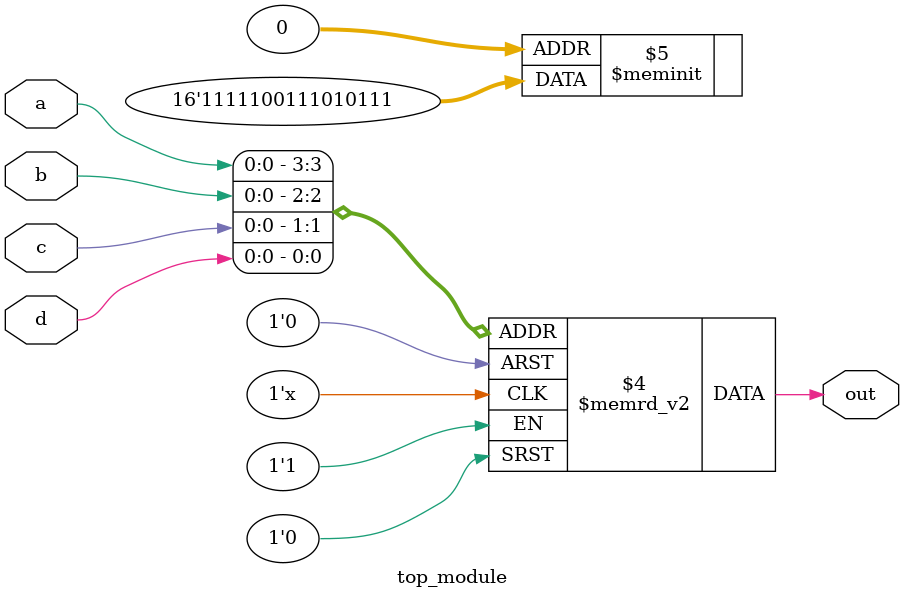
<source format=sv>
module top_module (
    input a, 
    input b,
    input c,
    input d,
    output reg out
);

always @(*) begin
    case ({a, b, c, d})
        4'b0000: out = 1'b1;
        4'b0001: out = 1'b1;
        4'b0010: out = 1'b1;
        4'b0011: out = 1'b0;
        4'b0100: out = 1'b1;
        4'b0101: out = 1'b0;
        4'b0110: out = 1'b1;
        4'b0111: out = 1'b1;
        4'b1000: out = 1'b1;
        4'b1001: out = 1'b0;
        4'b1010: out = 1'b0;
        4'b1011: out = 1'b1;
        4'b1100: out = 1'b1;
        4'b1101: out = 1'b1;
        4'b1110: out = 1'b1;
        4'b1111: out = 1'b1;
    endcase
end

endmodule

</source>
